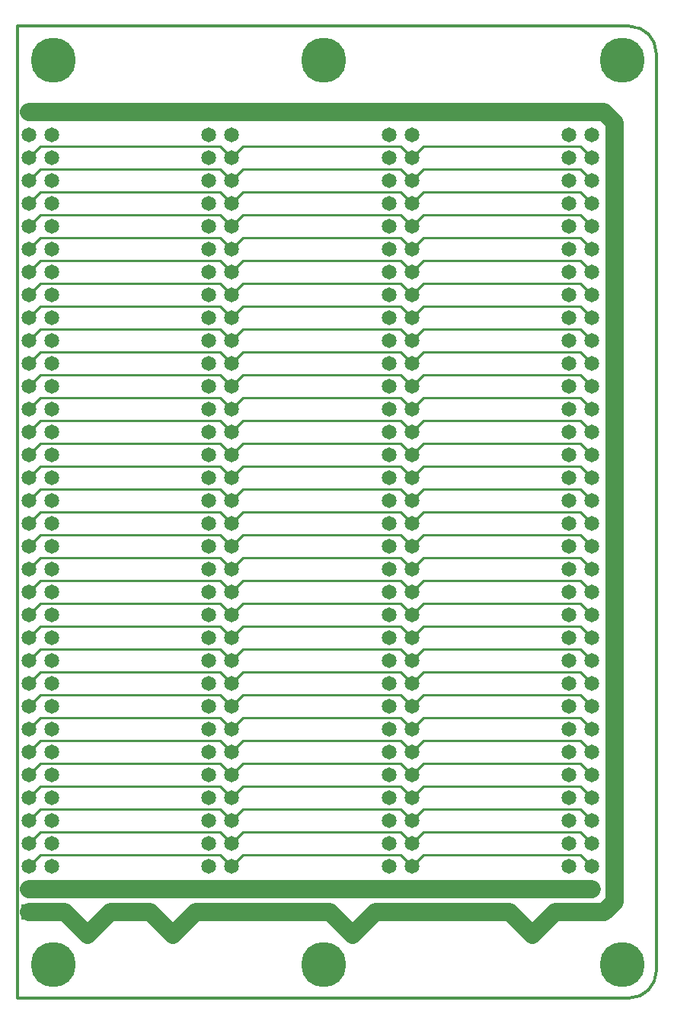
<source format=gbl>
G04 Layer_Physical_Order=2*
G04 Layer_Color=16711680*
%FSLAX44Y44*%
%MOMM*%
G71*
G01*
G75*
%ADD10C,0.2500*%
%ADD11C,2.0000*%
%ADD13C,0.3500*%
%ADD14C,5.0000*%
%ADD15C,1.5000*%
%ADD16C,1.6510*%
%ADD17R,1.6510X1.6510*%
D10*
X12700Y-933700D02*
X25400Y-921000D01*
X12700Y-908300D02*
X25400Y-895600D01*
X12700Y-882900D02*
X25400Y-870200D01*
X12700Y-857500D02*
X25400Y-844800D01*
X12700Y-832100D02*
X25400Y-819400D01*
X12700Y-806700D02*
X25400Y-794000D01*
X12700Y-781300D02*
X25400Y-768600D01*
X12700Y-755900D02*
X25400Y-743200D01*
X12700Y-730500D02*
X25400Y-717800D01*
X12700Y-705100D02*
X25400Y-692400D01*
X12700Y-679700D02*
X25400Y-667000D01*
X12700Y-654300D02*
X25400Y-641600D01*
X12700Y-628900D02*
X25400Y-616200D01*
X12700Y-603500D02*
X25400Y-590800D01*
X12700Y-578100D02*
X25400Y-565400D01*
X12700Y-552700D02*
X25400Y-540000D01*
X12700Y-527300D02*
X25400Y-514600D01*
X12700Y-501900D02*
X25400Y-489200D01*
X12700Y-476500D02*
X25400Y-463800D01*
X12700Y-451100D02*
X25400Y-438400D01*
X12700Y-425700D02*
X25400Y-413000D01*
X12700Y-400300D02*
X25400Y-387600D01*
X12700Y-374900D02*
X25400Y-362200D01*
X12700Y-349500D02*
X25400Y-336800D01*
X12700Y-324100D02*
X25400Y-311400D01*
X12700Y-298700D02*
X25400Y-286000D01*
X12700Y-273300D02*
X25400Y-260600D01*
X12700Y-247900D02*
X25400Y-235200D01*
X12700Y-222500D02*
X25400Y-209800D01*
X12700Y-197100D02*
X25400Y-184400D01*
X12700Y-171700D02*
X25400Y-159000D01*
X12700Y-146300D02*
X25400Y-133600D01*
X225400D01*
X238100Y-146300D01*
X425400Y-133600D02*
X438100Y-146300D01*
X250800Y-133600D02*
X425400D01*
X238100Y-146300D02*
X250800Y-133600D01*
X625400D02*
X638100Y-146300D01*
X450800Y-133600D02*
X625400D01*
X438100Y-146300D02*
X450800Y-133600D01*
X25400Y-159000D02*
X225400D01*
X238100Y-171700D01*
X425400Y-159000D02*
X438100Y-171700D01*
X250800Y-159000D02*
X425400D01*
X238100Y-171700D02*
X250800Y-159000D01*
X625400D02*
X638100Y-171700D01*
X450800Y-159000D02*
X625400D01*
X438100Y-171700D02*
X450800Y-159000D01*
X25400Y-184400D02*
X225400D01*
X238100Y-197100D01*
X425400Y-184400D02*
X438100Y-197100D01*
X250800Y-184400D02*
X425400D01*
X238100Y-197100D02*
X250800Y-184400D01*
X625400D02*
X638100Y-197100D01*
X450800Y-184400D02*
X625400D01*
X438100Y-197100D02*
X450800Y-184400D01*
X25400Y-209800D02*
X225400D01*
X238100Y-222500D01*
X425400Y-209800D02*
X438100Y-222500D01*
X250800Y-209800D02*
X425400D01*
X238100Y-222500D02*
X250800Y-209800D01*
X625400D02*
X638100Y-222500D01*
X450800Y-209800D02*
X625400D01*
X438100Y-222500D02*
X450800Y-209800D01*
X25400Y-235200D02*
X225400D01*
X238100Y-247900D01*
X425400Y-235200D02*
X438100Y-247900D01*
X250800Y-235200D02*
X425400D01*
X238100Y-247900D02*
X250800Y-235200D01*
X625400D02*
X638100Y-247900D01*
X450800Y-235200D02*
X625400D01*
X438100Y-247900D02*
X450800Y-235200D01*
X25400Y-260600D02*
X225400D01*
X238100Y-273300D01*
X425400Y-260600D02*
X438100Y-273300D01*
X250800Y-260600D02*
X425400D01*
X238100Y-273300D02*
X250800Y-260600D01*
X625400D02*
X638100Y-273300D01*
X450800Y-260600D02*
X625400D01*
X438100Y-273300D02*
X450800Y-260600D01*
X25400Y-286000D02*
X225400D01*
X238100Y-298700D01*
X425400Y-286000D02*
X438100Y-298700D01*
X250800Y-286000D02*
X425400D01*
X238100Y-298700D02*
X250800Y-286000D01*
X625400D02*
X638100Y-298700D01*
X450800Y-286000D02*
X625400D01*
X438100Y-298700D02*
X450800Y-286000D01*
X25400Y-311400D02*
X225400D01*
X238100Y-324100D01*
X425400Y-311400D02*
X438100Y-324100D01*
X250800Y-311400D02*
X425400D01*
X238100Y-324100D02*
X250800Y-311400D01*
X625400D02*
X638100Y-324100D01*
X450800Y-311400D02*
X625400D01*
X438100Y-324100D02*
X450800Y-311400D01*
X25400Y-336800D02*
X225400D01*
X238100Y-349500D01*
X425400Y-336800D02*
X438100Y-349500D01*
X250800Y-336800D02*
X425400D01*
X238100Y-349500D02*
X250800Y-336800D01*
X625400D02*
X638100Y-349500D01*
X450800Y-336800D02*
X625400D01*
X438100Y-349500D02*
X450800Y-336800D01*
X25400Y-362200D02*
X225400D01*
X238100Y-374900D01*
X425400Y-362200D02*
X438100Y-374900D01*
X250800Y-362200D02*
X425400D01*
X238100Y-374900D02*
X250800Y-362200D01*
X625400D02*
X638100Y-374900D01*
X450800Y-362200D02*
X625400D01*
X438100Y-374900D02*
X450800Y-362200D01*
X25400Y-387600D02*
X225400D01*
X238100Y-400300D01*
X425400Y-387600D02*
X438100Y-400300D01*
X250800Y-387600D02*
X425400D01*
X238100Y-400300D02*
X250800Y-387600D01*
X625400D02*
X638100Y-400300D01*
X450800Y-387600D02*
X625400D01*
X438100Y-400300D02*
X450800Y-387600D01*
X25400Y-413000D02*
X225400D01*
X238100Y-425700D01*
X425400Y-413000D02*
X438100Y-425700D01*
X250800Y-413000D02*
X425400D01*
X238100Y-425700D02*
X250800Y-413000D01*
X625400D02*
X638100Y-425700D01*
X450800Y-413000D02*
X625400D01*
X438100Y-425700D02*
X450800Y-413000D01*
X25400Y-438400D02*
X225400D01*
X238100Y-451100D01*
X425400Y-438400D02*
X438100Y-451100D01*
X250800Y-438400D02*
X425400D01*
X238100Y-451100D02*
X250800Y-438400D01*
X625400D02*
X638100Y-451100D01*
X450800Y-438400D02*
X625400D01*
X438100Y-451100D02*
X450800Y-438400D01*
X25400Y-463800D02*
X225400D01*
X238100Y-476500D01*
X425400Y-463800D02*
X438100Y-476500D01*
X250800Y-463800D02*
X425400D01*
X238100Y-476500D02*
X250800Y-463800D01*
X625400D02*
X638100Y-476500D01*
X450800Y-463800D02*
X625400D01*
X438100Y-476500D02*
X450800Y-463800D01*
X25400Y-489200D02*
X225400D01*
X238100Y-501900D01*
X425400Y-489200D02*
X438100Y-501900D01*
X250800Y-489200D02*
X425400D01*
X238100Y-501900D02*
X250800Y-489200D01*
X625400D02*
X638100Y-501900D01*
X450800Y-489200D02*
X625400D01*
X438100Y-501900D02*
X450800Y-489200D01*
X25400Y-514600D02*
X225400D01*
X238100Y-527300D01*
X425400Y-514600D02*
X438100Y-527300D01*
X250800Y-514600D02*
X425400D01*
X238100Y-527300D02*
X250800Y-514600D01*
X625400D02*
X638100Y-527300D01*
X450800Y-514600D02*
X625400D01*
X438100Y-527300D02*
X450800Y-514600D01*
X25400Y-540000D02*
X225400D01*
X238100Y-552700D01*
X425400Y-540000D02*
X438100Y-552700D01*
X250800Y-540000D02*
X425400D01*
X238100Y-552700D02*
X250800Y-540000D01*
X625400D02*
X638100Y-552700D01*
X450800Y-540000D02*
X625400D01*
X438100Y-552700D02*
X450800Y-540000D01*
X25400Y-565400D02*
X225400D01*
X238100Y-578100D01*
X425400Y-565400D02*
X438100Y-578100D01*
X250800Y-565400D02*
X425400D01*
X238100Y-578100D02*
X250800Y-565400D01*
X625400D02*
X638100Y-578100D01*
X450800Y-565400D02*
X625400D01*
X438100Y-578100D02*
X450800Y-565400D01*
X25400Y-590800D02*
X225400D01*
X238100Y-603500D01*
X425400Y-590800D02*
X438100Y-603500D01*
X250800Y-590800D02*
X425400D01*
X238100Y-603500D02*
X250800Y-590800D01*
X625400D02*
X638100Y-603500D01*
X450800Y-590800D02*
X625400D01*
X438100Y-603500D02*
X450800Y-590800D01*
X25400Y-616200D02*
X225400D01*
X238100Y-628900D01*
X425400Y-616200D02*
X438100Y-628900D01*
X250800Y-616200D02*
X425400D01*
X238100Y-628900D02*
X250800Y-616200D01*
X625400D02*
X638100Y-628900D01*
X450800Y-616200D02*
X625400D01*
X438100Y-628900D02*
X450800Y-616200D01*
X25400Y-641600D02*
X225400D01*
X238100Y-654300D01*
X425400Y-641600D02*
X438100Y-654300D01*
X250800Y-641600D02*
X425400D01*
X238100Y-654300D02*
X250800Y-641600D01*
X625400D02*
X638100Y-654300D01*
X450800Y-641600D02*
X625400D01*
X438100Y-654300D02*
X450800Y-641600D01*
X25400Y-667000D02*
X225400D01*
X238100Y-679700D01*
X425400Y-667000D02*
X438100Y-679700D01*
X250800Y-667000D02*
X425400D01*
X238100Y-679700D02*
X250800Y-667000D01*
X625400D02*
X638100Y-679700D01*
X450800Y-667000D02*
X625400D01*
X438100Y-679700D02*
X450800Y-667000D01*
X25400Y-692400D02*
X225400D01*
X238100Y-705100D01*
X425400Y-692400D02*
X438100Y-705100D01*
X250800Y-692400D02*
X425400D01*
X238100Y-705100D02*
X250800Y-692400D01*
X625400D02*
X638100Y-705100D01*
X450800Y-692400D02*
X625400D01*
X438100Y-705100D02*
X450800Y-692400D01*
X25400Y-717800D02*
X225400D01*
X238100Y-730500D01*
X425400Y-717800D02*
X438100Y-730500D01*
X250800Y-717800D02*
X425400D01*
X238100Y-730500D02*
X250800Y-717800D01*
X625400D02*
X638100Y-730500D01*
X450800Y-717800D02*
X625400D01*
X438100Y-730500D02*
X450800Y-717800D01*
X25400Y-743200D02*
X225400D01*
X238100Y-755900D01*
X425400Y-743200D02*
X438100Y-755900D01*
X250800Y-743200D02*
X425400D01*
X238100Y-755900D02*
X250800Y-743200D01*
X625400D02*
X638100Y-755900D01*
X450800Y-743200D02*
X625400D01*
X438100Y-755900D02*
X450800Y-743200D01*
X25400Y-768600D02*
X225400D01*
X238100Y-781300D01*
X425400Y-768600D02*
X438100Y-781300D01*
X250800Y-768600D02*
X425400D01*
X238100Y-781300D02*
X250800Y-768600D01*
X625400D02*
X638100Y-781300D01*
X450800Y-768600D02*
X625400D01*
X438100Y-781300D02*
X450800Y-768600D01*
X25400Y-794000D02*
X225400D01*
X238100Y-806700D01*
X425400Y-794000D02*
X438100Y-806700D01*
X250800Y-794000D02*
X425400D01*
X238100Y-806700D02*
X250800Y-794000D01*
X625400D02*
X638100Y-806700D01*
X450800Y-794000D02*
X625400D01*
X438100Y-806700D02*
X450800Y-794000D01*
X25400Y-819400D02*
X225400D01*
X238100Y-832100D01*
X425400Y-819400D02*
X438100Y-832100D01*
X250800Y-819400D02*
X425400D01*
X238100Y-832100D02*
X250800Y-819400D01*
X625400D02*
X638100Y-832100D01*
X450800Y-819400D02*
X625400D01*
X438100Y-832100D02*
X450800Y-819400D01*
X25400Y-844800D02*
X225400D01*
X238100Y-857500D01*
X425400Y-844800D02*
X438100Y-857500D01*
X250800Y-844800D02*
X425400D01*
X238100Y-857500D02*
X250800Y-844800D01*
X625400D02*
X638100Y-857500D01*
X450800Y-844800D02*
X625400D01*
X438100Y-857500D02*
X450800Y-844800D01*
X25400Y-870200D02*
X225400D01*
X238100Y-882900D01*
X425400Y-870200D02*
X438100Y-882900D01*
X250800Y-870200D02*
X425400D01*
X238100Y-882900D02*
X250800Y-870200D01*
X625400D02*
X638100Y-882900D01*
X450800Y-870200D02*
X625400D01*
X438100Y-882900D02*
X450800Y-870200D01*
X25400Y-895600D02*
X225400D01*
X238100Y-908300D01*
X425400Y-895600D02*
X438100Y-908300D01*
X250800Y-895600D02*
X425400D01*
X238100Y-908300D02*
X250800Y-895600D01*
X625400D02*
X638100Y-908300D01*
X450800Y-895600D02*
X625400D01*
X438100Y-908300D02*
X450800Y-895600D01*
X438100Y-933700D02*
X450800Y-921000D01*
X625400D01*
X638100Y-933700D01*
X238100D02*
X250800Y-921000D01*
X425400D01*
X438100Y-933700D01*
X225400Y-921000D02*
X238100Y-933700D01*
X25400Y-921000D02*
X225400D01*
D11*
X638100Y-984500D02*
X651750D01*
X663250Y-973000D01*
Y-107000D01*
X651750Y-95500D02*
X663250Y-107000D01*
X638100Y-95500D02*
X651750D01*
X612700Y-984500D02*
X638100D01*
X612700Y-95500D02*
X638100D01*
X438100D02*
X612700D01*
X412700D02*
X438100D01*
X238100D02*
X412700D01*
X212700D02*
X238100D01*
X38100D02*
X212700D01*
X12700D02*
X38100D01*
X612700Y-959100D02*
X638100D01*
X412700D02*
X438100D01*
X212700D02*
X238100D01*
X12700D02*
X38100D01*
X412700Y-984500D02*
X438100D01*
X212700D02*
X238100D01*
X12700D02*
X38100D01*
Y-959100D02*
X77500D01*
X172500D02*
X212700D01*
X77500D02*
X172500D01*
X238100D02*
X372500D01*
X412700D01*
X438100D02*
X572500D01*
X612700D01*
X38100Y-984500D02*
X52100D01*
X77500Y-1009900D01*
X147100Y-984500D02*
X172500Y-1009900D01*
X197900Y-984500D01*
X212700D01*
X238100D02*
X347100D01*
X372500Y-1009900D01*
X397900Y-984500D01*
X412700D01*
X438100D02*
X547100D01*
X572500Y-1009900D01*
X597900Y-984500D01*
X612700D01*
X77500Y-1009900D02*
X102900Y-984500D01*
X147100D01*
D13*
X710000Y-30000D02*
G03*
X680000Y0I-30000J0D01*
G01*
Y-1080000D02*
G03*
X710000Y-1050000I0J30000D01*
G01*
X0Y0D02*
X680000D01*
X710000Y-1050000D02*
Y-30000D01*
X0Y-1080000D02*
X680000D01*
X0D02*
Y0D01*
D14*
X672500Y-37500D02*
D03*
X672500Y-1042500D02*
D03*
X340000Y-37500D02*
D03*
Y-1042500D02*
D03*
X40000D02*
D03*
Y-37500D02*
D03*
D15*
X572500Y-959100D02*
D03*
Y-1009900D02*
D03*
X372500Y-959100D02*
D03*
Y-1009900D02*
D03*
X172500Y-959100D02*
D03*
Y-1009900D02*
D03*
X77500Y-959100D02*
D03*
Y-1009900D02*
D03*
D16*
X638100Y-95500D02*
D03*
X612700D02*
D03*
X638100Y-197100D02*
D03*
X612700D02*
D03*
X638100Y-171700D02*
D03*
X612700D02*
D03*
X638100Y-146300D02*
D03*
X612700D02*
D03*
X638100Y-120900D02*
D03*
X612700D02*
D03*
X638100Y-222500D02*
D03*
X612700D02*
D03*
X638100Y-349500D02*
D03*
X612700D02*
D03*
X638100Y-324100D02*
D03*
X612700D02*
D03*
X638100Y-298700D02*
D03*
X612700D02*
D03*
X638100Y-273300D02*
D03*
X612700D02*
D03*
X638100Y-247900D02*
D03*
X612700D02*
D03*
Y-984500D02*
D03*
X638100Y-959100D02*
D03*
X612700D02*
D03*
X638100Y-933700D02*
D03*
X612700D02*
D03*
X638100Y-908300D02*
D03*
X612700D02*
D03*
X638100Y-882900D02*
D03*
X612700D02*
D03*
X638100Y-857500D02*
D03*
X612700D02*
D03*
X638100Y-832100D02*
D03*
X612700D02*
D03*
X638100Y-806700D02*
D03*
X612700D02*
D03*
X638100Y-781300D02*
D03*
X612700D02*
D03*
X638100Y-755900D02*
D03*
X612700D02*
D03*
X638100Y-730500D02*
D03*
X612700D02*
D03*
X638100Y-705100D02*
D03*
X612700D02*
D03*
X638100Y-679700D02*
D03*
X612700D02*
D03*
X638100Y-654300D02*
D03*
X612700D02*
D03*
X638100Y-628900D02*
D03*
X612700D02*
D03*
X638100Y-603500D02*
D03*
X612700D02*
D03*
X638100Y-578100D02*
D03*
X612700D02*
D03*
X638100Y-552700D02*
D03*
X612700D02*
D03*
X638100Y-527300D02*
D03*
X612700D02*
D03*
X638100Y-501900D02*
D03*
X612700D02*
D03*
X638100Y-476500D02*
D03*
X612700D02*
D03*
X638100Y-451100D02*
D03*
X612700D02*
D03*
X638100Y-425700D02*
D03*
X612700D02*
D03*
X638100Y-400300D02*
D03*
X612700D02*
D03*
X638100Y-374900D02*
D03*
X612700D02*
D03*
X438100Y-95500D02*
D03*
X412700D02*
D03*
X438100Y-197100D02*
D03*
X412700D02*
D03*
X438100Y-171700D02*
D03*
X412700D02*
D03*
X438100Y-146300D02*
D03*
X412700D02*
D03*
X438100Y-120900D02*
D03*
X412700D02*
D03*
X438100Y-222500D02*
D03*
X412700D02*
D03*
X438100Y-349500D02*
D03*
X412700D02*
D03*
X438100Y-324100D02*
D03*
X412700D02*
D03*
X438100Y-298700D02*
D03*
X412700D02*
D03*
X438100Y-273300D02*
D03*
X412700D02*
D03*
X438100Y-247900D02*
D03*
X412700D02*
D03*
Y-984500D02*
D03*
X438100Y-959100D02*
D03*
X412700D02*
D03*
X438100Y-933700D02*
D03*
X412700D02*
D03*
X438100Y-908300D02*
D03*
X412700D02*
D03*
X438100Y-882900D02*
D03*
X412700D02*
D03*
X438100Y-857500D02*
D03*
X412700D02*
D03*
X438100Y-832100D02*
D03*
X412700D02*
D03*
X438100Y-806700D02*
D03*
X412700D02*
D03*
X438100Y-781300D02*
D03*
X412700D02*
D03*
X438100Y-755900D02*
D03*
X412700D02*
D03*
X438100Y-730500D02*
D03*
X412700D02*
D03*
X438100Y-705100D02*
D03*
X412700D02*
D03*
X438100Y-679700D02*
D03*
X412700D02*
D03*
X438100Y-654300D02*
D03*
X412700D02*
D03*
X438100Y-628900D02*
D03*
X412700D02*
D03*
X438100Y-603500D02*
D03*
X412700D02*
D03*
X438100Y-578100D02*
D03*
X412700D02*
D03*
X438100Y-552700D02*
D03*
X412700D02*
D03*
X438100Y-527300D02*
D03*
X412700D02*
D03*
X438100Y-501900D02*
D03*
X412700D02*
D03*
X438100Y-476500D02*
D03*
X412700D02*
D03*
X438100Y-451100D02*
D03*
X412700D02*
D03*
X438100Y-425700D02*
D03*
X412700D02*
D03*
X438100Y-400300D02*
D03*
X412700D02*
D03*
X438100Y-374900D02*
D03*
X412700D02*
D03*
X238100Y-95500D02*
D03*
X212700D02*
D03*
X238100Y-197100D02*
D03*
X212700D02*
D03*
X238100Y-171700D02*
D03*
X212700D02*
D03*
X238100Y-146300D02*
D03*
X212700D02*
D03*
X238100Y-120900D02*
D03*
X212700D02*
D03*
X238100Y-222500D02*
D03*
X212700D02*
D03*
X238100Y-349500D02*
D03*
X212700D02*
D03*
X238100Y-324100D02*
D03*
X212700D02*
D03*
X238100Y-298700D02*
D03*
X212700D02*
D03*
X238100Y-273300D02*
D03*
X212700D02*
D03*
X238100Y-247900D02*
D03*
X212700D02*
D03*
Y-984500D02*
D03*
X238100Y-959100D02*
D03*
X212700D02*
D03*
X238100Y-933700D02*
D03*
X212700D02*
D03*
X238100Y-908300D02*
D03*
X212700D02*
D03*
X238100Y-882900D02*
D03*
X212700D02*
D03*
X238100Y-857500D02*
D03*
X212700D02*
D03*
X238100Y-832100D02*
D03*
X212700D02*
D03*
X238100Y-806700D02*
D03*
X212700D02*
D03*
X238100Y-781300D02*
D03*
X212700D02*
D03*
X238100Y-755900D02*
D03*
X212700D02*
D03*
X238100Y-730500D02*
D03*
X212700D02*
D03*
X238100Y-705100D02*
D03*
X212700D02*
D03*
X238100Y-679700D02*
D03*
X212700D02*
D03*
X238100Y-654300D02*
D03*
X212700D02*
D03*
X238100Y-628900D02*
D03*
X212700D02*
D03*
X238100Y-603500D02*
D03*
X212700D02*
D03*
X238100Y-578100D02*
D03*
X212700D02*
D03*
X238100Y-552700D02*
D03*
X212700D02*
D03*
X238100Y-527300D02*
D03*
X212700D02*
D03*
X238100Y-501900D02*
D03*
X212700D02*
D03*
X238100Y-476500D02*
D03*
X212700D02*
D03*
X238100Y-451100D02*
D03*
X212700D02*
D03*
X238100Y-425700D02*
D03*
X212700D02*
D03*
X238100Y-400300D02*
D03*
X212700D02*
D03*
X238100Y-374900D02*
D03*
X212700D02*
D03*
X12700Y-95500D02*
D03*
X38100D02*
D03*
X12700Y-197100D02*
D03*
X38100D02*
D03*
X12700Y-171700D02*
D03*
X38100D02*
D03*
X12700Y-146300D02*
D03*
X38100D02*
D03*
X12700Y-120900D02*
D03*
X38100D02*
D03*
X12700Y-222500D02*
D03*
X38100D02*
D03*
X12700Y-349500D02*
D03*
X38100D02*
D03*
X12700Y-324100D02*
D03*
X38100D02*
D03*
X12700Y-298700D02*
D03*
X38100D02*
D03*
X12700Y-273300D02*
D03*
X38100D02*
D03*
X12700Y-247900D02*
D03*
X38100D02*
D03*
Y-984500D02*
D03*
X12700Y-959100D02*
D03*
X38100D02*
D03*
X12700Y-933700D02*
D03*
X38100D02*
D03*
X12700Y-908300D02*
D03*
X38100D02*
D03*
X12700Y-882900D02*
D03*
X38100D02*
D03*
X12700Y-857500D02*
D03*
X38100D02*
D03*
X12700Y-832100D02*
D03*
X38100D02*
D03*
X12700Y-806700D02*
D03*
X38100D02*
D03*
X12700Y-781300D02*
D03*
X38100D02*
D03*
X12700Y-755900D02*
D03*
X38100D02*
D03*
X12700Y-730500D02*
D03*
X38100D02*
D03*
X12700Y-705100D02*
D03*
X38100D02*
D03*
X12700Y-679700D02*
D03*
X38100D02*
D03*
X12700Y-654300D02*
D03*
X38100D02*
D03*
X12700Y-628900D02*
D03*
X38100D02*
D03*
X12700Y-603500D02*
D03*
X38100D02*
D03*
X12700Y-578100D02*
D03*
X38100D02*
D03*
X12700Y-552700D02*
D03*
X38100D02*
D03*
X12700Y-527300D02*
D03*
X38100D02*
D03*
X12700Y-501900D02*
D03*
X38100D02*
D03*
X12700Y-476500D02*
D03*
X38100D02*
D03*
X12700Y-451100D02*
D03*
X38100D02*
D03*
X12700Y-425700D02*
D03*
X38100D02*
D03*
X12700Y-400300D02*
D03*
X38100D02*
D03*
X12700Y-374900D02*
D03*
X38100D02*
D03*
D17*
X638100Y-984500D02*
D03*
X438100D02*
D03*
X238100D02*
D03*
X12700D02*
D03*
M02*

</source>
